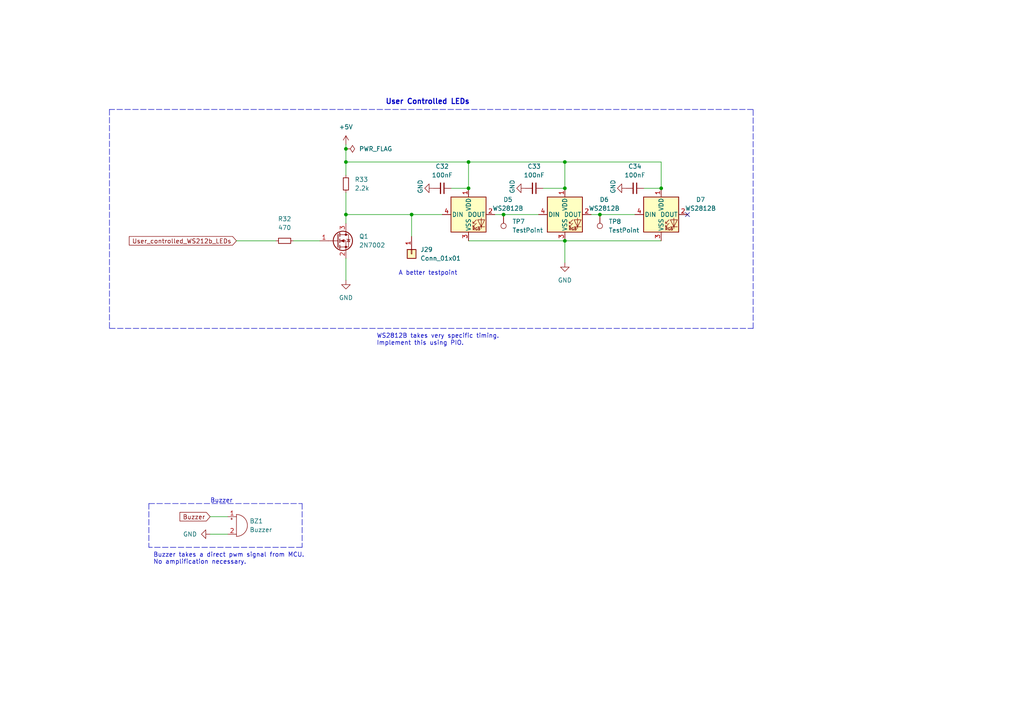
<source format=kicad_sch>
(kicad_sch (version 20211123) (generator eeschema)
  (paper "A4")
  (title_block (title "User Controlled LEDs and Buzzer") (date "2023-01-28") (rev "v0"))
  (lib_symbols
    (symbol "Connector:TestPoint" (pin_numbers hide) (pin_names (offset 0.762) hide)
      (property "Reference" "TP" (at 0 6.858 0))
      (property "Value" "TestPoint" (at 0 5.08 0))
      (symbol "TestPoint_0_1"
        (circle (center 0 3.302) (radius 0.762))
      )
      (symbol "TestPoint_1_1"
        (pin passive line (at 0 0 90) (length 2.54) (name "1") (number "1"))
      )
    )
    (symbol "Connector_Generic:Conn_01x01" (pin_names (offset 1.016) hide)
      (property "Reference" "J" (at 0 2.54 0))
      (property "Value" "Conn_01x01" (at 0 -2.54 0))
      (symbol "Conn_01x01_1_1"
        (rectangle (start -1.27 0.127) (end 0 -0.127) (stroke (width 0.1524)))
        (rectangle (start -1.27 1.27) (end 1.27 -1.27) (stroke (width 0.254)) (fill (type background)))
        (pin passive line (at -5.08 0 0) (length 3.81) (name "Pin_1") (number "1"))
      )
    )
    (symbol "Device:Buzzer" (pin_names (offset 0.0254) hide)
      (property "Reference" "BZ" (at 3.81 1.27 0))
      (property "Value" "Buzzer" (at 3.81 -1.27 0))
      (symbol "Buzzer_0_1"
        (arc (start 0 -3.175) (mid 3.175 0) (end 0 3.175))
        (polyline (pts (xy -1.651 1.905) (xy -1.143 1.905)))
        (polyline (pts (xy -1.397 2.159) (xy -1.397 1.651)))
        (polyline (pts (xy 0 3.175) (xy 0 -3.175)))
      )
      (symbol "Buzzer_1_1"
        (pin passive line (at -2.54 2.54 0) (length 2.54) (name "-") (number "1"))
        (pin passive line (at -2.54 -2.54 0) (length 2.54) (name "+") (number "2"))
      )
    )
    (symbol "Device:C_Small" (pin_numbers hide) (pin_names (offset 0.254) hide)
      (property "Reference" "C" (at 0.254 1.778 0))
      (property "Value" "C_Small" (at 0.254 -2.032 0))
      (symbol "C_Small_0_1"
        (polyline (pts (xy -1.524 -0.508) (xy 1.524 -0.508)) (stroke (width 0.3302)))
        (polyline (pts (xy -1.524 0.508) (xy 1.524 0.508)) (stroke (width 0.3048)))
      )
      (symbol "C_Small_1_1"
        (pin passive line (at 0 2.54 270) (length 2.032) (name "~") (number "1"))
        (pin passive line (at 0 -2.54 90) (length 2.032) (name "~") (number "2"))
      )
    )
    (symbol "Device:R_Small" (pin_numbers hide) (pin_names (offset 0.254) hide)
      (property "Reference" "R" (at 0.762 0.508 0))
      (property "Value" "R_Small" (at 0.762 -1.016 0))
      (symbol "R_Small_0_1"
        (rectangle (start -0.762 1.778) (end 0.762 -1.778) (stroke (width 0.2032)))
      )
      (symbol "R_Small_1_1"
        (pin passive line (at 0 2.54 270) (length 0.762) (name "~") (number "1"))
        (pin passive line (at 0 -2.54 90) (length 0.762) (name "~") (number "2"))
      )
    )
    (symbol "LED:WS2812B" (pin_names (offset 0.254))
      (property "Reference" "D" (at 5.08 5.715 0))
      (property "Value" "WS2812B" (at 1.27 -5.715 0))
      (symbol "WS2812B_0_0"
        (text "RGB" (at 2.286 -4.191 0) (effects (font (size 0.762 0.762))))
      )
      (symbol "WS2812B_0_1"
        (polyline (pts (xy 1.27 -3.556) (xy 1.778 -3.556)))
        (polyline (pts (xy 1.27 -2.54) (xy 1.778 -2.54)))
        (polyline (pts (xy 4.699 -3.556) (xy 2.667 -3.556)))
        (polyline (pts (xy 2.286 -2.54) (xy 1.27 -3.556) (xy 1.27 -3.048)))
        (polyline (pts (xy 2.286 -1.524) (xy 1.27 -2.54) (xy 1.27 -2.032)))
        (polyline (pts (xy 3.683 -1.016) (xy 3.683 -3.556) (xy 3.683 -4.064)))
        (polyline (pts (xy 4.699 -1.524) (xy 2.667 -1.524) (xy 3.683 -3.556) (xy 4.699 -1.524)))
        (rectangle (start 5.08 5.08) (end -5.08 -5.08) (stroke (width 0.254)) (fill (type background)))
      )
      (symbol "WS2812B_1_1"
        (pin power_in line (at 0 7.62 270) (length 2.54) (name "VDD") (number "1"))
        (pin output line (at 7.62 0 180) (length 2.54) (name "DOUT") (number "2"))
        (pin power_in line (at 0 -7.62 90) (length 2.54) (name "VSS") (number "3"))
        (pin input line (at -7.62 0 0) (length 2.54) (name "DIN") (number "4"))
      )
    )
    (symbol "Transistor_FET:2N7002" (pin_names hide)
      (property "Reference" "Q" (at 5.08 1.905 0))
      (property "Value" "2N7002" (at 5.08 0 0))
      (symbol "2N7002_0_1"
        (polyline (pts (xy 0.254 0) (xy -2.54 0)))
        (polyline (pts (xy 0.254 1.905) (xy 0.254 -1.905)) (stroke (width 0.254)))
        (polyline (pts (xy 0.762 -1.27) (xy 0.762 -2.286)) (stroke (width 0.254)))
        (polyline (pts (xy 0.762 0.508) (xy 0.762 -0.508)) (stroke (width 0.254)))
        (polyline (pts (xy 0.762 2.286) (xy 0.762 1.27)) (stroke (width 0.254)))
        (polyline (pts (xy 2.54 2.54) (xy 2.54 1.778)))
        (polyline (pts (xy 2.54 -2.54) (xy 2.54 0) (xy 0.762 0)))
        (polyline (pts (xy 0.762 -1.778) (xy 3.302 -1.778) (xy 3.302 1.778) (xy 0.762 1.778)))
        (polyline (pts (xy 1.016 0) (xy 2.032 0.381) (xy 2.032 -0.381) (xy 1.016 0)) (fill (type outline)))
        (polyline (pts (xy 2.794 0.508) (xy 2.921 0.381) (xy 3.683 0.381) (xy 3.81 0.254)))
        (polyline (pts (xy 3.302 0.381) (xy 2.921 -0.254) (xy 3.683 -0.254) (xy 3.302 0.381)))
        (circle (center 1.651 0) (radius 2.794) (stroke (width 0.254)))
        (circle (center 2.54 -1.778) (radius 0.254) (fill (type outline)))
        (circle (center 2.54 1.778) (radius 0.254) (fill (type outline)))
      )
      (symbol "2N7002_1_1"
        (pin input line (at -5.08 0 0) (length 2.54) (name "G") (number "1"))
        (pin passive line (at 2.54 -5.08 90) (length 2.54) (name "S") (number "2"))
        (pin passive line (at 2.54 5.08 270) (length 2.54) (name "D") (number "3"))
      )
    )
    (symbol "power:+5V" (power) (pin_names (offset 0))
      (property "Value" "+5V" (at 0 3.556 0))
      (symbol "+5V_0_1"
        (polyline (pts (xy -0.762 1.27) (xy 0 2.54)))
        (polyline (pts (xy 0 0) (xy 0 2.54)))
        (polyline (pts (xy 0 2.54) (xy 0.762 1.27)))
      )
      (symbol "+5V_1_1"
        (pin power_in line (at 0 0 90) (length 0) hide (name "+5V") (number "1"))
      )
    )
    (symbol "power:GND" (power) (pin_names (offset 0))
      (property "Value" "GND" (at 0 -3.81 0))
      (symbol "GND_0_1"
        (polyline (pts (xy 0 0) (xy 0 -1.27) (xy 1.27 -1.27) (xy 0 -2.54) (xy -1.27 -1.27) (xy 0 -1.27)))
      )
      (symbol "GND_1_1"
        (pin power_in line (at 0 0 270) (length 0) hide (name "GND") (number "1"))
      )
    )
    (symbol "power:PWR_FLAG" (power) (pin_numbers hide) (pin_names (offset 0) hide)
      (property "Value" "PWR_FLAG" (at 0 3.81 0))
      (symbol "PWR_FLAG_0_0"
        (pin power_out line (at 0 0 90) (length 0) (name "pwr") (number "1"))
      )
      (symbol "PWR_FLAG_0_1"
        (polyline (pts (xy 0 0) (xy 0 1.27) (xy -1.016 1.905) (xy 0 2.54) (xy 1.016 1.905) (xy 0 1.27)))
      )
    )
  )
  (junction (at 135.89 54.61))
  (junction (at 135.89 46.99))
  (junction (at 119.38 62.23))
  (junction (at 100.33 46.99))
  (junction (at 163.83 54.61))
  (junction (at 191.77 54.61))
  (junction (at 173.99 62.23))
  (junction (at 163.83 69.85))
  (junction (at 100.33 62.23))
  (junction (at 163.83 46.99))
  (junction (at 146.05 62.23))
  (junction (at 100.33 43.18))
  (no_connect (at 199.39 62.23))
  (wire (pts (xy 135.89 46.99) (xy 135.89 54.61)))
  (wire (pts (xy 100.33 55.88) (xy 100.33 62.23)))
  (wire (pts (xy 60.96 149.86) (xy 66.04 149.86)))
  (wire (pts (xy 100.33 46.99) (xy 135.89 46.99)))
  (wire (pts (xy 191.77 46.99) (xy 191.77 54.61)))
  (wire (pts (xy 119.38 62.23) (xy 128.27 62.23)))
  (wire (pts (xy 143.51 62.23) (xy 146.05 62.23)))
  (wire (pts (xy 173.99 62.23) (xy 184.15 62.23)))
  (wire (pts (xy 100.33 74.93) (xy 100.33 81.28)))
  (wire (pts (xy 146.05 62.23) (xy 156.21 62.23)))
  (wire (pts (xy 186.69 54.61) (xy 191.77 54.61)))
  (polyline (pts (xy 31.75 31.75) (xy 31.75 95.25)))
  (wire (pts (xy 163.83 46.99) (xy 191.77 46.99)))
  (wire (pts (xy 163.83 69.85) (xy 191.77 69.85)))
  (polyline (pts (xy 31.75 95.25) (xy 218.44 95.25)))
  (wire (pts (xy 163.83 46.99) (xy 163.83 54.61)))
  (wire (pts (xy 135.89 46.99) (xy 163.83 46.99)))
  (wire (pts (xy 100.33 46.99) (xy 100.33 50.8)))
  (polyline (pts (xy 43.18 146.05) (xy 87.63 146.05)))
  (wire (pts (xy 171.45 62.23) (xy 173.99 62.23)))
  (wire (pts (xy 119.38 68.58) (xy 119.38 62.23)))
  (wire (pts (xy 68.58 69.85) (xy 80.01 69.85)))
  (wire (pts (xy 100.33 62.23) (xy 100.33 64.77)))
  (polyline (pts (xy 43.18 146.05) (xy 43.18 158.75)))
  (wire (pts (xy 85.09 69.85) (xy 92.71 69.85)))
  (wire (pts (xy 130.81 54.61) (xy 135.89 54.61)))
  (wire (pts (xy 100.33 41.91) (xy 100.33 43.18)))
  (polyline (pts (xy 218.44 95.25) (xy 218.44 31.75)))
  (wire (pts (xy 135.89 69.85) (xy 163.83 69.85)))
  (wire (pts (xy 163.83 69.85) (xy 163.83 76.2)))
  (wire (pts (xy 157.48 54.61) (xy 163.83 54.61)))
  (polyline (pts (xy 218.44 31.75) (xy 31.75 31.75)))
  (wire (pts (xy 60.96 154.94) (xy 66.04 154.94)))
  (polyline (pts (xy 87.63 146.05) (xy 87.63 158.75)))
  (polyline (pts (xy 87.63 158.75) (xy 43.18 158.75)))
  (wire (pts (xy 100.33 43.18) (xy 100.33 46.99)))
  (wire (pts (xy 100.33 62.23) (xy 119.38 62.23)))
  (text "Buzzer takes a direct pwm signal from MCU.\nNo amplification necessary." (at 44.45 163.83 0) (effects (font (size 1.27 1.27)) (justify left bottom)))
  (text "WS2812B takes very specific timing.\nImplement this using PIO." (at 109.22 100.33 0) (effects (font (size 1.27 1.27)) (justify left bottom)))
  (text "Buzzer" (at 60.96 146.05 0) (effects (font (size 1.27 1.27)) (justify left bottom)))
  (text "User Controlled LEDs" (at 111.76 30.48 0) (effects (font (size 1.5 1.5) (thickness 0.3) bold) (justify left bottom)))
  (text "A better testpoint\n" (at 115.57 80.01 0) (effects (font (size 1.27 1.27)) (justify left bottom)))
  (global_label "User_controlled_WS212b_LEDs" (shape input) (at 68.58 69.85 180) (property "Intersheet References" "${INTERSHEET_REFS}" (effects hide)))
  (global_label "Buzzer" (shape input) (at 60.96 149.86 180) (property "Intersheet References" "${INTERSHEET_REFS}" (effects hide)))
  (symbol (lib_id "Connector:TestPoint") (at 173.99 62.23 180) (unit 1)
    (property "Reference" "TP8" (at 176.53 64.2619 0) (effects (justify right)))
    (property "Value" "TestPoint" (at 176.53 66.8019 0) (effects (justify right)))
    (property "Footprint" "TestPoint:TestPoint_Pad_1.0x1.0mm" (effects hide))
  )
  (symbol (lib_id "power:GND") (at 60.96 154.94 270) (unit 1)
    (property "Reference" "#PWR063" (effects hide))
    (property "Value" "GND" (at 57.15 154.94 90) (effects (justify right)))
  )
  (symbol (lib_id "power:GND") (at 163.83 76.2 0) (unit 1)
    (property "Reference" "#PWR068" (effects hide))
    (property "Value" "GND" (at 163.83 81.28 0))
  )
  (symbol (lib_id "Transistor_FET:2N7002") (at 97.79 69.85 0) (unit 1)
    (property "Reference" "Q1" (at 104.14 68.5799 0) (effects (justify left)))
    (property "Value" "2N7002" (at 104.14 71.1199 0) (effects (justify left)))
    (property "Footprint" "Package_TO_SOT_SMD:SOT-23" (effects hide))
    (property "Datasheet" "https://www.onsemi.com/pub/Collateral/NDS7002A-D.PDF" (effects hide))
  )
  (symbol (lib_id "Device:R_Small") (at 82.55 69.85 90) (unit 1)
    (property "Reference" "R32" (at 82.55 63.5 90))
    (property "Value" "470" (at 82.55 66.04 90))
    (property "Footprint" "Resistor_SMD:R_0402_1005Metric" (effects hide))
  )
  (symbol (lib_id "Connector_Generic:Conn_01x01") (at 119.38 73.66 270) (unit 1)
    (property "Reference" "J29" (at 121.92 72.3899 90) (effects (justify left)))
    (property "Value" "Conn_01x01" (at 121.92 74.9299 90) (effects (justify left)))
    (property "Footprint" "Connector_PinHeader_2.54mm:PinHeader_1x03_P2.54mm_Vertical" (effects hide))
  )
  (symbol (lib_id "Connector:TestPoint") (at 146.05 62.23 180) (unit 1)
    (property "Reference" "TP7" (at 148.59 64.2619 0) (effects (justify right)))
    (property "Value" "TestPoint" (at 148.59 66.8019 0) (effects (justify right)))
    (property "Footprint" "TestPoint:TestPoint_Pad_1.0x1.0mm" (effects hide))
  )
  (symbol (lib_id "power:GND") (at 100.33 81.28 0) (unit 1)
    (property "Reference" "#PWR065" (effects hide))
    (property "Value" "GND" (at 100.33 86.36 0))
  )
  (symbol (lib_id "Device:C_Small") (at 154.94 54.61 270) (unit 1)
    (property "Reference" "C33" (at 154.9336 48.26 90))
    (property "Value" "100nF" (at 154.9336 50.8 90))
    (property "Footprint" "Capacitor_SMD:C_0402_1005Metric" (effects hide))
  )
  (symbol (lib_id "LED:WS2812B") (at 135.89 62.23 0) (unit 1)
    (property "Reference" "D5" (at 147.32 57.8993 0))
    (property "Value" "WS2812B" (at 147.32 60.4393 0))
    (property "Footprint" "LED_SMD:LED_WS2812B_PLCC4_5.0x5.0mm_P3.2mm" (effects hide))
    (property "Datasheet" "https://cdn-shop.adafruit.com/datasheets/WS2812B.pdf" (effects hide))
  )
  (symbol (lib_id "power:GND") (at 125.73 54.61 270) (unit 1)
    (property "Reference" "#PWR066" (effects hide))
    (property "Value" "GND" (at 121.92 52.07 0) (effects (justify left)))
  )
  (symbol (lib_id "Device:C_Small") (at 184.15 54.61 270) (unit 1)
    (property "Reference" "C34" (at 184.1436 48.26 90))
    (property "Value" "100nF" (at 184.1436 50.8 90))
    (property "Footprint" "Capacitor_SMD:C_0402_1005Metric" (effects hide))
  )
  (symbol (lib_id "LED:WS2812B") (at 191.77 62.23 0) (unit 1)
    (property "Reference" "D7" (at 203.2 57.8993 0))
    (property "Value" "WS2812B" (at 203.2 60.4393 0))
    (property "Footprint" "LED_SMD:LED_WS2812B_PLCC4_5.0x5.0mm_P3.2mm" (effects hide))
    (property "Datasheet" "https://cdn-shop.adafruit.com/datasheets/WS2812B.pdf" (effects hide))
  )
  (symbol (lib_id "power:+5V") (at 100.33 41.91 0) (unit 1)
    (property "Reference" "#PWR064" (effects hide))
    (property "Value" "+5V" (at 100.33 36.83 0))
  )
  (symbol (lib_id "LED:WS2812B") (at 163.83 62.23 0) (unit 1)
    (property "Reference" "D6" (at 175.26 57.8993 0))
    (property "Value" "WS2812B" (at 175.26 60.4393 0))
    (property "Footprint" "LED_SMD:LED_WS2812B_PLCC4_5.0x5.0mm_P3.2mm" (effects hide))
    (property "Datasheet" "https://cdn-shop.adafruit.com/datasheets/WS2812B.pdf" (effects hide))
  )
  (symbol (lib_id "Device:C_Small") (at 128.27 54.61 270) (unit 1)
    (property "Reference" "C32" (at 128.2636 48.26 90))
    (property "Value" "100nF" (at 128.2636 50.8 90))
    (property "Footprint" "Capacitor_SMD:C_0402_1005Metric" (effects hide))
  )
  (symbol (lib_id "power:GND") (at 181.61 54.61 270) (unit 1)
    (property "Reference" "#PWR069" (effects hide))
    (property "Value" "GND" (at 177.8 52.07 0) (effects (justify left)))
  )
  (symbol (lib_id "power:PWR_FLAG") (at 100.33 43.18 270) (unit 1)
    (property "Reference" "#FLG06" (effects hide))
    (property "Value" "PWR_FLAG" (at 104.14 43.1799 90) (effects (justify left)))
  )
  (symbol (lib_id "power:GND") (at 152.4 54.61 270) (unit 1)
    (property "Reference" "#PWR067" (effects hide))
    (property "Value" "GND" (at 148.59 52.07 0) (effects (justify left)))
  )
  (symbol (lib_id "Device:Buzzer") (at 68.58 152.4 0) (unit 1)
    (property "Reference" "BZ1" (at 72.39 151.1299 0) (effects (justify left)))
    (property "Value" "Buzzer" (at 72.39 153.6699 0) (effects (justify left)))
    (property "Footprint" "easyeda2kicad:BUZ-TH_BD9.0-P4.00-D0.6-FD" (effects hide))
  )
  (symbol (lib_id "Device:R_Small") (at 100.33 53.34 180) (unit 1)
    (property "Reference" "R33" (at 102.87 52.0699 0) (effects (justify right)))
    (property "Value" "2.2k" (at 102.87 54.6099 0) (effects (justify right)))
    (property "Footprint" "Resistor_SMD:R_0402_1005Metric" (effects hide))
  )
)
</source>
